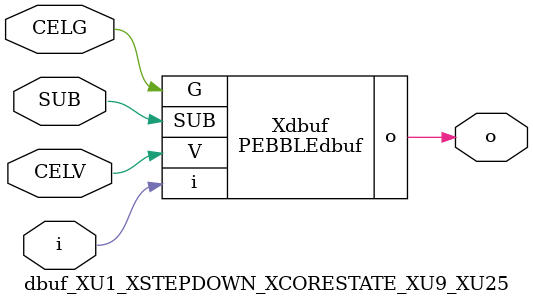
<source format=v>



module PEBBLEdbuf ( o, G, SUB, V, i );

  input V;
  input i;
  input G;
  output o;
  input SUB;
endmodule

//Celera Confidential Do Not Copy dbuf_XU1_XSTEPDOWN_XCORESTATE_XU9_XU25
//Celera Confidential Symbol Generator
//Digital Buffer
module dbuf_XU1_XSTEPDOWN_XCORESTATE_XU9_XU25 (CELV,CELG,i,o,SUB);
input CELV;
input CELG;
input i;
input SUB;
output o;

//Celera Confidential Do Not Copy dbuf
PEBBLEdbuf Xdbuf(
.V (CELV),
.i (i),
.o (o),
.SUB (SUB),
.G (CELG)
);
//,diesize,PEBBLEdbuf

//Celera Confidential Do Not Copy Module End
//Celera Schematic Generator
endmodule

</source>
